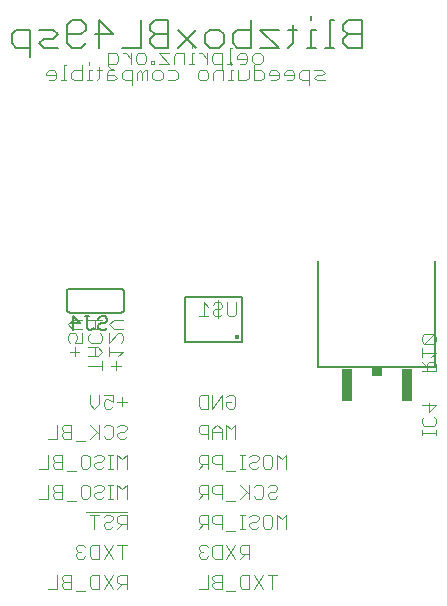
<source format=gbo>
G04 EAGLE Gerber RS-274X export*
G75*
%MOMM*%
%FSLAX34Y34*%
%LPD*%
%INSilkscreen Bottom*%
%IPPOS*%
%AMOC8*
5,1,8,0,0,1.08239X$1,22.5*%
G01*
%ADD10C,0.203200*%
%ADD11C,0.101600*%
%ADD12R,0.863600X0.762000*%
%ADD13R,0.900200X2.799800*%
%ADD14C,0.152400*%
%ADD15C,0.127000*%
%ADD16C,0.400000*%


D10*
X373256Y540766D02*
X373256Y564154D01*
X361562Y564154D01*
X357664Y560256D01*
X357664Y556358D01*
X361562Y552460D01*
X357664Y548562D01*
X357664Y544664D01*
X361562Y540766D01*
X373256Y540766D01*
X373256Y552460D02*
X361562Y552460D01*
X349868Y564154D02*
X345970Y564154D01*
X345970Y540766D01*
X349868Y540766D02*
X342072Y540766D01*
X334276Y556358D02*
X330378Y556358D01*
X330378Y540766D01*
X334276Y540766D02*
X326480Y540766D01*
X330378Y564154D02*
X330378Y568052D01*
X314786Y560256D02*
X314786Y544664D01*
X310888Y540766D01*
X310888Y556358D02*
X318684Y556358D01*
X303092Y556358D02*
X287500Y556358D01*
X303092Y540766D01*
X287500Y540766D01*
X279704Y540766D02*
X279704Y564154D01*
X279704Y540766D02*
X268010Y540766D01*
X264112Y544664D01*
X264112Y552460D01*
X268010Y556358D01*
X279704Y556358D01*
X252418Y540766D02*
X244622Y540766D01*
X240724Y544664D01*
X240724Y552460D01*
X244622Y556358D01*
X252418Y556358D01*
X256316Y552460D01*
X256316Y544664D01*
X252418Y540766D01*
X232928Y556358D02*
X217336Y540766D01*
X232928Y540766D02*
X217336Y556358D01*
X209540Y564154D02*
X209540Y540766D01*
X209540Y564154D02*
X197846Y564154D01*
X193948Y560256D01*
X193948Y556358D01*
X197846Y552460D01*
X193948Y548562D01*
X193948Y544664D01*
X197846Y540766D01*
X209540Y540766D01*
X209540Y552460D02*
X197846Y552460D01*
X186152Y564154D02*
X186152Y540766D01*
X170560Y540766D01*
X151070Y540766D02*
X151070Y564154D01*
X162764Y552460D01*
X147172Y552460D01*
X139376Y544664D02*
X135478Y540766D01*
X127682Y540766D01*
X123784Y544664D01*
X123784Y560256D01*
X127682Y564154D01*
X135478Y564154D01*
X139376Y560256D01*
X139376Y556358D01*
X135478Y552460D01*
X123784Y552460D01*
X115988Y540766D02*
X104294Y540766D01*
X100396Y544664D01*
X104294Y548562D01*
X112090Y548562D01*
X115988Y552460D01*
X112090Y556358D01*
X100396Y556358D01*
X92600Y556358D02*
X92600Y532970D01*
X92600Y556358D02*
X80906Y556358D01*
X77008Y552460D01*
X77008Y544664D01*
X80906Y540766D01*
X92600Y540766D01*
D11*
X282792Y527558D02*
X287114Y527558D01*
X282792Y527558D02*
X280631Y529719D01*
X280631Y534041D01*
X282792Y536201D01*
X287114Y536201D01*
X289275Y534041D01*
X289275Y529719D01*
X287114Y527558D01*
X274251Y527558D02*
X269929Y527558D01*
X274251Y527558D02*
X276411Y529719D01*
X276411Y534041D01*
X274251Y536201D01*
X269929Y536201D01*
X267768Y534041D01*
X267768Y531880D01*
X276411Y531880D01*
X263548Y540523D02*
X261387Y540523D01*
X261387Y527558D01*
X263548Y527558D02*
X259226Y527558D01*
X254972Y523236D02*
X254972Y536201D01*
X248490Y536201D01*
X246329Y534041D01*
X246329Y529719D01*
X248490Y527558D01*
X254972Y527558D01*
X242109Y527558D02*
X242109Y536201D01*
X242109Y531880D02*
X237787Y536201D01*
X235627Y536201D01*
X231390Y536201D02*
X229229Y536201D01*
X229229Y527558D01*
X231390Y527558D02*
X227068Y527558D01*
X229229Y540523D02*
X229229Y542684D01*
X222814Y536201D02*
X222814Y527558D01*
X222814Y536201D02*
X216332Y536201D01*
X214171Y534041D01*
X214171Y527558D01*
X209951Y536201D02*
X201307Y536201D01*
X209951Y527558D01*
X201307Y527558D01*
X197087Y527558D02*
X197087Y529719D01*
X194926Y529719D01*
X194926Y527558D01*
X197087Y527558D01*
X188495Y527558D02*
X184173Y527558D01*
X182012Y529719D01*
X182012Y534041D01*
X184173Y536201D01*
X188495Y536201D01*
X190656Y534041D01*
X190656Y529719D01*
X188495Y527558D01*
X177792Y527558D02*
X177792Y536201D01*
X177792Y531880D02*
X173471Y536201D01*
X171310Y536201D01*
X162751Y523236D02*
X160590Y523236D01*
X158429Y525397D01*
X158429Y536201D01*
X164912Y536201D01*
X167073Y534041D01*
X167073Y529719D01*
X164912Y527558D01*
X158429Y527558D01*
X166321Y241305D02*
X174117Y241305D01*
X170219Y245203D02*
X170219Y237407D01*
X162423Y247152D02*
X154627Y247152D01*
X162423Y247152D02*
X162423Y241305D01*
X158525Y243254D01*
X156576Y243254D01*
X154627Y241305D01*
X154627Y237407D01*
X156576Y235458D01*
X160474Y235458D01*
X162423Y237407D01*
X150729Y239356D02*
X150729Y247152D01*
X150729Y239356D02*
X146831Y235458D01*
X142933Y239356D01*
X142933Y247152D01*
X168270Y221752D02*
X166321Y219803D01*
X168270Y221752D02*
X172168Y221752D01*
X174117Y219803D01*
X174117Y217854D01*
X172168Y215905D01*
X168270Y215905D01*
X166321Y213956D01*
X166321Y212007D01*
X168270Y210058D01*
X172168Y210058D01*
X174117Y212007D01*
X156576Y221752D02*
X154627Y219803D01*
X156576Y221752D02*
X160474Y221752D01*
X162423Y219803D01*
X162423Y212007D01*
X160474Y210058D01*
X156576Y210058D01*
X154627Y212007D01*
X150729Y210058D02*
X150729Y221752D01*
X150729Y213956D02*
X142933Y221752D01*
X148780Y215905D02*
X142933Y210058D01*
X139035Y208109D02*
X131239Y208109D01*
X127341Y210058D02*
X127341Y221752D01*
X121494Y221752D01*
X119545Y219803D01*
X119545Y217854D01*
X121494Y215905D01*
X119545Y213956D01*
X119545Y212007D01*
X121494Y210058D01*
X127341Y210058D01*
X127341Y215905D02*
X121494Y215905D01*
X115647Y221752D02*
X115647Y210058D01*
X107851Y210058D01*
X174117Y196352D02*
X174117Y184658D01*
X170219Y192454D02*
X174117Y196352D01*
X170219Y192454D02*
X166321Y196352D01*
X166321Y184658D01*
X162423Y184658D02*
X158525Y184658D01*
X160474Y184658D02*
X160474Y196352D01*
X162423Y196352D02*
X158525Y196352D01*
X148780Y196352D02*
X146831Y194403D01*
X148780Y196352D02*
X152678Y196352D01*
X154627Y194403D01*
X154627Y192454D01*
X152678Y190505D01*
X148780Y190505D01*
X146831Y188556D01*
X146831Y186607D01*
X148780Y184658D01*
X152678Y184658D01*
X154627Y186607D01*
X140984Y196352D02*
X137086Y196352D01*
X140984Y196352D02*
X142933Y194403D01*
X142933Y186607D01*
X140984Y184658D01*
X137086Y184658D01*
X135137Y186607D01*
X135137Y194403D01*
X137086Y196352D01*
X131239Y182709D02*
X123443Y182709D01*
X119545Y184658D02*
X119545Y196352D01*
X113698Y196352D01*
X111749Y194403D01*
X111749Y192454D01*
X113698Y190505D01*
X111749Y188556D01*
X111749Y186607D01*
X113698Y184658D01*
X119545Y184658D01*
X119545Y190505D02*
X113698Y190505D01*
X107851Y196352D02*
X107851Y184658D01*
X100055Y184658D01*
X174117Y170952D02*
X174117Y159258D01*
X170219Y167054D02*
X174117Y170952D01*
X170219Y167054D02*
X166321Y170952D01*
X166321Y159258D01*
X162423Y159258D02*
X158525Y159258D01*
X160474Y159258D02*
X160474Y170952D01*
X162423Y170952D02*
X158525Y170952D01*
X148780Y170952D02*
X146831Y169003D01*
X148780Y170952D02*
X152678Y170952D01*
X154627Y169003D01*
X154627Y167054D01*
X152678Y165105D01*
X148780Y165105D01*
X146831Y163156D01*
X146831Y161207D01*
X148780Y159258D01*
X152678Y159258D01*
X154627Y161207D01*
X140984Y170952D02*
X137086Y170952D01*
X140984Y170952D02*
X142933Y169003D01*
X142933Y161207D01*
X140984Y159258D01*
X137086Y159258D01*
X135137Y161207D01*
X135137Y169003D01*
X137086Y170952D01*
X131239Y157309D02*
X123443Y157309D01*
X119545Y159258D02*
X119545Y170952D01*
X113698Y170952D01*
X111749Y169003D01*
X111749Y167054D01*
X113698Y165105D01*
X111749Y163156D01*
X111749Y161207D01*
X113698Y159258D01*
X119545Y159258D01*
X119545Y165105D02*
X113698Y165105D01*
X107851Y170952D02*
X107851Y159258D01*
X100055Y159258D01*
X139543Y147574D02*
X174625Y147574D01*
X174117Y145552D02*
X174117Y133858D01*
X174117Y145552D02*
X168270Y145552D01*
X166321Y143603D01*
X166321Y139705D01*
X168270Y137756D01*
X174117Y137756D01*
X170219Y137756D02*
X166321Y133858D01*
X154627Y143603D02*
X156576Y145552D01*
X160474Y145552D01*
X162423Y143603D01*
X162423Y141654D01*
X160474Y139705D01*
X156576Y139705D01*
X154627Y137756D01*
X154627Y135807D01*
X156576Y133858D01*
X160474Y133858D01*
X162423Y135807D01*
X146831Y133858D02*
X146831Y145552D01*
X150729Y145552D02*
X142933Y145552D01*
X266349Y210058D02*
X266349Y221752D01*
X262451Y217854D01*
X258553Y221752D01*
X258553Y210058D01*
X254655Y210058D02*
X254655Y217854D01*
X250757Y221752D01*
X246859Y217854D01*
X246859Y210058D01*
X246859Y215905D02*
X254655Y215905D01*
X242961Y210058D02*
X242961Y221752D01*
X237114Y221752D01*
X235165Y219803D01*
X235165Y215905D01*
X237114Y213956D01*
X242961Y213956D01*
X309227Y196352D02*
X309227Y184658D01*
X305329Y192454D02*
X309227Y196352D01*
X305329Y192454D02*
X301431Y196352D01*
X301431Y184658D01*
X295584Y196352D02*
X291686Y196352D01*
X295584Y196352D02*
X297533Y194403D01*
X297533Y186607D01*
X295584Y184658D01*
X291686Y184658D01*
X289737Y186607D01*
X289737Y194403D01*
X291686Y196352D01*
X279992Y196352D02*
X278043Y194403D01*
X279992Y196352D02*
X283890Y196352D01*
X285839Y194403D01*
X285839Y192454D01*
X283890Y190505D01*
X279992Y190505D01*
X278043Y188556D01*
X278043Y186607D01*
X279992Y184658D01*
X283890Y184658D01*
X285839Y186607D01*
X274145Y184658D02*
X270247Y184658D01*
X272196Y184658D02*
X272196Y196352D01*
X274145Y196352D02*
X270247Y196352D01*
X266349Y182709D02*
X258553Y182709D01*
X254655Y184658D02*
X254655Y196352D01*
X248808Y196352D01*
X246859Y194403D01*
X246859Y190505D01*
X248808Y188556D01*
X254655Y188556D01*
X242961Y184658D02*
X242961Y196352D01*
X237114Y196352D01*
X235165Y194403D01*
X235165Y190505D01*
X237114Y188556D01*
X242961Y188556D01*
X239063Y188556D02*
X235165Y184658D01*
X293635Y169003D02*
X295584Y170952D01*
X299482Y170952D01*
X301431Y169003D01*
X301431Y167054D01*
X299482Y165105D01*
X295584Y165105D01*
X293635Y163156D01*
X293635Y161207D01*
X295584Y159258D01*
X299482Y159258D01*
X301431Y161207D01*
X283890Y170952D02*
X281941Y169003D01*
X283890Y170952D02*
X287788Y170952D01*
X289737Y169003D01*
X289737Y161207D01*
X287788Y159258D01*
X283890Y159258D01*
X281941Y161207D01*
X278043Y159258D02*
X278043Y170952D01*
X278043Y163156D02*
X270247Y170952D01*
X276094Y165105D02*
X270247Y159258D01*
X266349Y157309D02*
X258553Y157309D01*
X254655Y159258D02*
X254655Y170952D01*
X248808Y170952D01*
X246859Y169003D01*
X246859Y165105D01*
X248808Y163156D01*
X254655Y163156D01*
X242961Y159258D02*
X242961Y170952D01*
X237114Y170952D01*
X235165Y169003D01*
X235165Y165105D01*
X237114Y163156D01*
X242961Y163156D01*
X239063Y163156D02*
X235165Y159258D01*
X309227Y145552D02*
X309227Y133858D01*
X305329Y141654D02*
X309227Y145552D01*
X305329Y141654D02*
X301431Y145552D01*
X301431Y133858D01*
X295584Y145552D02*
X291686Y145552D01*
X295584Y145552D02*
X297533Y143603D01*
X297533Y135807D01*
X295584Y133858D01*
X291686Y133858D01*
X289737Y135807D01*
X289737Y143603D01*
X291686Y145552D01*
X279992Y145552D02*
X278043Y143603D01*
X279992Y145552D02*
X283890Y145552D01*
X285839Y143603D01*
X285839Y141654D01*
X283890Y139705D01*
X279992Y139705D01*
X278043Y137756D01*
X278043Y135807D01*
X279992Y133858D01*
X283890Y133858D01*
X285839Y135807D01*
X274145Y133858D02*
X270247Y133858D01*
X272196Y133858D02*
X272196Y145552D01*
X274145Y145552D02*
X270247Y145552D01*
X266349Y131909D02*
X258553Y131909D01*
X254655Y133858D02*
X254655Y145552D01*
X248808Y145552D01*
X246859Y143603D01*
X246859Y139705D01*
X248808Y137756D01*
X254655Y137756D01*
X242961Y133858D02*
X242961Y145552D01*
X237114Y145552D01*
X235165Y143603D01*
X235165Y139705D01*
X237114Y137756D01*
X242961Y137756D01*
X239063Y137756D02*
X235165Y133858D01*
X258553Y245203D02*
X260502Y247152D01*
X264400Y247152D01*
X266349Y245203D01*
X266349Y237407D01*
X264400Y235458D01*
X260502Y235458D01*
X258553Y237407D01*
X258553Y241305D01*
X262451Y241305D01*
X254655Y235458D02*
X254655Y247152D01*
X246859Y235458D01*
X246859Y247152D01*
X242961Y247152D02*
X242961Y235458D01*
X237114Y235458D01*
X235165Y237407D01*
X235165Y245203D01*
X237114Y247152D01*
X242961Y247152D01*
X153489Y271955D02*
X141796Y271955D01*
X153489Y268057D02*
X153489Y275853D01*
X149591Y279751D02*
X141796Y279751D01*
X149591Y279751D02*
X153489Y283649D01*
X149591Y287547D01*
X141796Y287547D01*
X147642Y287547D02*
X147642Y279751D01*
X153489Y297292D02*
X151540Y299241D01*
X153489Y297292D02*
X153489Y293394D01*
X151540Y291445D01*
X143744Y291445D01*
X141796Y293394D01*
X141796Y297292D01*
X143744Y299241D01*
X141796Y303139D02*
X153489Y303139D01*
X147642Y303139D02*
X147642Y310935D01*
X141796Y310935D02*
X153489Y310935D01*
X165105Y275853D02*
X165105Y268057D01*
X169003Y271955D02*
X161207Y271955D01*
X167054Y279751D02*
X170952Y283649D01*
X159258Y283649D01*
X159258Y279751D02*
X159258Y287547D01*
X159258Y291445D02*
X159258Y299241D01*
X159258Y291445D02*
X167054Y299241D01*
X169003Y299241D01*
X170952Y297292D01*
X170952Y293394D01*
X169003Y291445D01*
X170952Y303139D02*
X163156Y303139D01*
X159258Y307037D01*
X163156Y310935D01*
X170952Y310935D01*
X130180Y287547D02*
X130180Y279751D01*
X134078Y283649D02*
X126282Y283649D01*
X136027Y291445D02*
X136027Y299241D01*
X136027Y291445D02*
X130180Y291445D01*
X132129Y295343D01*
X132129Y297292D01*
X130180Y299241D01*
X126282Y299241D01*
X124333Y297292D01*
X124333Y293394D01*
X126282Y291445D01*
X128231Y303139D02*
X136027Y303139D01*
X128231Y303139D02*
X124333Y307037D01*
X128231Y310935D01*
X136027Y310935D01*
X335318Y513588D02*
X341800Y513588D01*
X335318Y513588D02*
X333157Y515749D01*
X335318Y517910D01*
X339640Y517910D01*
X341800Y520071D01*
X339640Y522231D01*
X333157Y522231D01*
X328937Y522231D02*
X328937Y509266D01*
X328937Y522231D02*
X322454Y522231D01*
X320294Y520071D01*
X320294Y515749D01*
X322454Y513588D01*
X328937Y513588D01*
X313913Y513588D02*
X309591Y513588D01*
X313913Y513588D02*
X316074Y515749D01*
X316074Y520071D01*
X313913Y522231D01*
X309591Y522231D01*
X307430Y520071D01*
X307430Y517910D01*
X316074Y517910D01*
X301049Y513588D02*
X296728Y513588D01*
X301049Y513588D02*
X303210Y515749D01*
X303210Y520071D01*
X301049Y522231D01*
X296728Y522231D01*
X294567Y520071D01*
X294567Y517910D01*
X303210Y517910D01*
X281703Y513588D02*
X281703Y526553D01*
X281703Y513588D02*
X288186Y513588D01*
X290347Y515749D01*
X290347Y520071D01*
X288186Y522231D01*
X281703Y522231D01*
X277483Y522231D02*
X277483Y515749D01*
X275323Y513588D01*
X268840Y513588D01*
X268840Y522231D01*
X264620Y522231D02*
X262459Y522231D01*
X262459Y513588D01*
X264620Y513588D02*
X260298Y513588D01*
X262459Y526553D02*
X262459Y528714D01*
X256045Y522231D02*
X256045Y513588D01*
X256045Y522231D02*
X249562Y522231D01*
X247401Y520071D01*
X247401Y513588D01*
X241020Y513588D02*
X236699Y513588D01*
X234538Y515749D01*
X234538Y520071D01*
X236699Y522231D01*
X241020Y522231D01*
X243181Y520071D01*
X243181Y515749D01*
X241020Y513588D01*
X215294Y522231D02*
X208811Y522231D01*
X215294Y522231D02*
X217454Y520071D01*
X217454Y515749D01*
X215294Y513588D01*
X208811Y513588D01*
X202430Y513588D02*
X198108Y513588D01*
X195948Y515749D01*
X195948Y520071D01*
X198108Y522231D01*
X202430Y522231D01*
X204591Y520071D01*
X204591Y515749D01*
X202430Y513588D01*
X191728Y513588D02*
X191728Y522231D01*
X189567Y522231D01*
X187406Y520071D01*
X187406Y513588D01*
X187406Y520071D02*
X185245Y522231D01*
X183084Y520071D01*
X183084Y513588D01*
X178864Y509266D02*
X178864Y522231D01*
X172382Y522231D01*
X170221Y520071D01*
X170221Y515749D01*
X172382Y513588D01*
X178864Y513588D01*
X163840Y522231D02*
X159518Y522231D01*
X157358Y520071D01*
X157358Y513588D01*
X163840Y513588D01*
X166001Y515749D01*
X163840Y517910D01*
X157358Y517910D01*
X150977Y515749D02*
X150977Y524392D01*
X150977Y515749D02*
X148816Y513588D01*
X148816Y522231D02*
X153138Y522231D01*
X144562Y522231D02*
X142401Y522231D01*
X142401Y513588D01*
X144562Y513588D02*
X140240Y513588D01*
X142401Y526553D02*
X142401Y528714D01*
X135986Y526553D02*
X135986Y513588D01*
X129504Y513588D01*
X127343Y515749D01*
X127343Y520071D01*
X129504Y522231D01*
X135986Y522231D01*
X123123Y526553D02*
X120962Y526553D01*
X120962Y513588D01*
X123123Y513588D02*
X118801Y513588D01*
X112387Y513588D02*
X108065Y513588D01*
X112387Y513588D02*
X114547Y515749D01*
X114547Y520071D01*
X112387Y522231D01*
X108065Y522231D01*
X105904Y520071D01*
X105904Y517910D01*
X114547Y517910D01*
X170219Y120152D02*
X170219Y108458D01*
X174117Y120152D02*
X166321Y120152D01*
X162423Y120152D02*
X154627Y108458D01*
X162423Y108458D02*
X154627Y120152D01*
X150729Y120152D02*
X150729Y108458D01*
X144882Y108458D01*
X142933Y110407D01*
X142933Y118203D01*
X144882Y120152D01*
X150729Y120152D01*
X139035Y118203D02*
X137086Y120152D01*
X133188Y120152D01*
X131239Y118203D01*
X131239Y116254D01*
X133188Y114305D01*
X135137Y114305D01*
X133188Y114305D02*
X131239Y112356D01*
X131239Y110407D01*
X133188Y108458D01*
X137086Y108458D01*
X139035Y110407D01*
X278043Y108458D02*
X278043Y120152D01*
X272196Y120152D01*
X270247Y118203D01*
X270247Y114305D01*
X272196Y112356D01*
X278043Y112356D01*
X274145Y112356D02*
X270247Y108458D01*
X258553Y108458D02*
X266349Y120152D01*
X258553Y120152D02*
X266349Y108458D01*
X254655Y108458D02*
X254655Y120152D01*
X254655Y108458D02*
X248808Y108458D01*
X246859Y110407D01*
X246859Y118203D01*
X248808Y120152D01*
X254655Y120152D01*
X242961Y118203D02*
X241012Y120152D01*
X237114Y120152D01*
X235165Y118203D01*
X235165Y116254D01*
X237114Y114305D01*
X239063Y114305D01*
X237114Y114305D02*
X235165Y112356D01*
X235165Y110407D01*
X237114Y108458D01*
X241012Y108458D01*
X242961Y110407D01*
X174117Y94752D02*
X174117Y83058D01*
X174117Y94752D02*
X168270Y94752D01*
X166321Y92803D01*
X166321Y88905D01*
X168270Y86956D01*
X174117Y86956D01*
X170219Y86956D02*
X166321Y83058D01*
X154627Y83058D02*
X162423Y94752D01*
X154627Y94752D02*
X162423Y83058D01*
X150729Y83058D02*
X150729Y94752D01*
X150729Y83058D02*
X144882Y83058D01*
X142933Y85007D01*
X142933Y92803D01*
X144882Y94752D01*
X150729Y94752D01*
X139035Y81109D02*
X131239Y81109D01*
X127341Y83058D02*
X127341Y94752D01*
X121494Y94752D01*
X119545Y92803D01*
X119545Y90854D01*
X121494Y88905D01*
X119545Y86956D01*
X119545Y85007D01*
X121494Y83058D01*
X127341Y83058D01*
X127341Y88905D02*
X121494Y88905D01*
X115647Y94752D02*
X115647Y83058D01*
X107851Y83058D01*
X297533Y83058D02*
X297533Y94752D01*
X301431Y94752D02*
X293635Y94752D01*
X289737Y94752D02*
X281941Y83058D01*
X289737Y83058D02*
X281941Y94752D01*
X278043Y94752D02*
X278043Y83058D01*
X272196Y83058D01*
X270247Y85007D01*
X270247Y92803D01*
X272196Y94752D01*
X278043Y94752D01*
X266349Y81109D02*
X258553Y81109D01*
X254655Y83058D02*
X254655Y94752D01*
X248808Y94752D01*
X246859Y92803D01*
X246859Y90854D01*
X248808Y88905D01*
X246859Y86956D01*
X246859Y85007D01*
X248808Y83058D01*
X254655Y83058D01*
X254655Y88905D02*
X248808Y88905D01*
X242961Y94752D02*
X242961Y83058D01*
X235165Y83058D01*
D10*
X336593Y270535D02*
X336593Y360575D01*
X336593Y270535D02*
X434933Y270535D01*
X434933Y360575D01*
D12*
X385763Y266309D03*
D13*
X411163Y255525D03*
X360363Y255525D03*
D11*
X424371Y217131D02*
X424371Y213233D01*
X424371Y215182D02*
X436064Y215182D01*
X436064Y213233D02*
X436064Y217131D01*
X436064Y226876D02*
X434115Y228825D01*
X436064Y226876D02*
X436064Y222978D01*
X434115Y221029D01*
X426319Y221029D01*
X424371Y222978D01*
X424371Y226876D01*
X426319Y228825D01*
X424371Y238570D02*
X436064Y238570D01*
X430217Y232723D01*
X430217Y240519D01*
X424371Y267208D02*
X436064Y267208D01*
X436064Y273055D01*
X434115Y275004D01*
X430217Y275004D01*
X428268Y273055D01*
X428268Y267208D01*
X428268Y271106D02*
X424371Y275004D01*
X432166Y278902D02*
X436064Y282800D01*
X424371Y282800D01*
X424371Y278902D02*
X424371Y286698D01*
X426319Y290596D02*
X434115Y290596D01*
X436064Y292545D01*
X436064Y296443D01*
X434115Y298392D01*
X426319Y298392D01*
X424371Y296443D01*
X424371Y292545D01*
X426319Y290596D01*
X434115Y298392D01*
D14*
X169228Y337185D02*
X126048Y337185D01*
X169228Y316865D02*
X169328Y316867D01*
X169427Y316873D01*
X169527Y316883D01*
X169625Y316896D01*
X169724Y316914D01*
X169821Y316935D01*
X169917Y316960D01*
X170013Y316989D01*
X170107Y317022D01*
X170200Y317058D01*
X170291Y317098D01*
X170381Y317142D01*
X170469Y317189D01*
X170555Y317239D01*
X170639Y317293D01*
X170721Y317350D01*
X170800Y317410D01*
X170878Y317474D01*
X170952Y317540D01*
X171024Y317609D01*
X171093Y317681D01*
X171159Y317755D01*
X171223Y317833D01*
X171283Y317912D01*
X171340Y317994D01*
X171394Y318078D01*
X171444Y318164D01*
X171491Y318252D01*
X171535Y318342D01*
X171575Y318433D01*
X171611Y318526D01*
X171644Y318620D01*
X171673Y318716D01*
X171698Y318812D01*
X171719Y318909D01*
X171737Y319008D01*
X171750Y319106D01*
X171760Y319206D01*
X171766Y319305D01*
X171768Y319405D01*
X126048Y316865D02*
X125948Y316867D01*
X125849Y316873D01*
X125749Y316883D01*
X125651Y316896D01*
X125552Y316914D01*
X125455Y316935D01*
X125359Y316960D01*
X125263Y316989D01*
X125169Y317022D01*
X125076Y317058D01*
X124985Y317098D01*
X124895Y317142D01*
X124807Y317189D01*
X124721Y317239D01*
X124637Y317293D01*
X124555Y317350D01*
X124476Y317410D01*
X124398Y317474D01*
X124324Y317540D01*
X124252Y317609D01*
X124183Y317681D01*
X124117Y317755D01*
X124053Y317833D01*
X123993Y317912D01*
X123936Y317994D01*
X123882Y318078D01*
X123832Y318164D01*
X123785Y318252D01*
X123741Y318342D01*
X123701Y318433D01*
X123665Y318526D01*
X123632Y318620D01*
X123603Y318716D01*
X123578Y318812D01*
X123557Y318909D01*
X123539Y319008D01*
X123526Y319106D01*
X123516Y319206D01*
X123510Y319305D01*
X123508Y319405D01*
X123508Y334645D02*
X123510Y334745D01*
X123516Y334844D01*
X123526Y334944D01*
X123539Y335042D01*
X123557Y335141D01*
X123578Y335238D01*
X123603Y335334D01*
X123632Y335430D01*
X123665Y335524D01*
X123701Y335617D01*
X123741Y335708D01*
X123785Y335798D01*
X123832Y335886D01*
X123882Y335972D01*
X123936Y336056D01*
X123993Y336138D01*
X124053Y336217D01*
X124117Y336295D01*
X124183Y336369D01*
X124252Y336441D01*
X124324Y336510D01*
X124398Y336576D01*
X124476Y336640D01*
X124555Y336700D01*
X124637Y336757D01*
X124721Y336811D01*
X124807Y336861D01*
X124895Y336908D01*
X124985Y336952D01*
X125076Y336992D01*
X125169Y337028D01*
X125263Y337061D01*
X125359Y337090D01*
X125455Y337115D01*
X125552Y337136D01*
X125651Y337154D01*
X125749Y337167D01*
X125849Y337177D01*
X125948Y337183D01*
X126048Y337185D01*
X169228Y337185D02*
X169328Y337183D01*
X169427Y337177D01*
X169527Y337167D01*
X169625Y337154D01*
X169724Y337136D01*
X169821Y337115D01*
X169917Y337090D01*
X170013Y337061D01*
X170107Y337028D01*
X170200Y336992D01*
X170291Y336952D01*
X170381Y336908D01*
X170469Y336861D01*
X170555Y336811D01*
X170639Y336757D01*
X170721Y336700D01*
X170800Y336640D01*
X170878Y336576D01*
X170952Y336510D01*
X171024Y336441D01*
X171093Y336369D01*
X171159Y336295D01*
X171223Y336217D01*
X171283Y336138D01*
X171340Y336056D01*
X171394Y335972D01*
X171444Y335886D01*
X171491Y335798D01*
X171535Y335708D01*
X171575Y335617D01*
X171611Y335524D01*
X171644Y335430D01*
X171673Y335334D01*
X171698Y335238D01*
X171719Y335141D01*
X171737Y335042D01*
X171750Y334944D01*
X171760Y334844D01*
X171766Y334745D01*
X171768Y334645D01*
X171768Y319405D01*
X123508Y319405D02*
X123508Y334645D01*
X126048Y316865D02*
X169228Y316865D01*
D15*
X152235Y313700D02*
X150328Y311793D01*
X152235Y313700D02*
X156048Y313700D01*
X157954Y311793D01*
X157954Y309887D01*
X156048Y307980D01*
X152235Y307980D01*
X150328Y306073D01*
X150328Y304167D01*
X152235Y302260D01*
X156048Y302260D01*
X157954Y304167D01*
X146261Y304167D02*
X144354Y302260D01*
X142447Y302260D01*
X140541Y304167D01*
X140541Y313700D01*
X142447Y313700D02*
X138634Y313700D01*
X128847Y313700D02*
X128847Y302260D01*
X134567Y307980D02*
X128847Y313700D01*
X126940Y307980D02*
X134567Y307980D01*
D10*
X223650Y292250D02*
X223650Y330050D01*
X223650Y292250D02*
X271450Y292250D01*
X271450Y330050D02*
X223650Y330050D01*
X271650Y330050D02*
X271650Y292250D01*
D16*
X267650Y296150D03*
D11*
X266842Y315806D02*
X266842Y325551D01*
X266842Y315806D02*
X264893Y313857D01*
X260995Y313857D01*
X259046Y315806D01*
X259046Y325551D01*
X255148Y315806D02*
X253199Y313857D01*
X249301Y313857D01*
X247352Y315806D01*
X247352Y317755D01*
X249301Y319704D01*
X253199Y319704D01*
X255148Y321653D01*
X255148Y323602D01*
X253199Y325551D01*
X249301Y325551D01*
X247352Y323602D01*
X251250Y327500D02*
X251250Y311908D01*
X243454Y321653D02*
X239556Y325551D01*
X239556Y313857D01*
X243454Y313857D02*
X235658Y313857D01*
M02*

</source>
